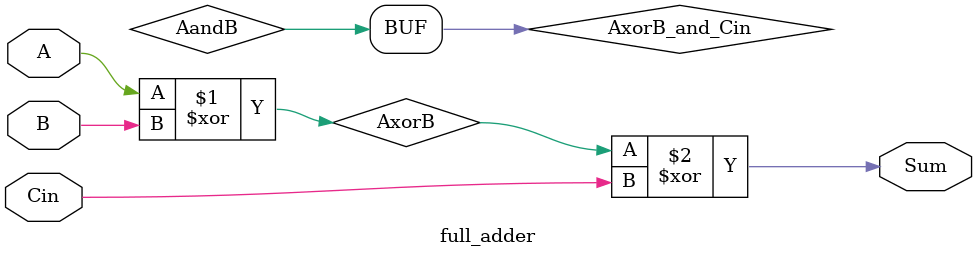
<source format=v>
module full_adder(A, B, Cin, Sum);
    input A, B, Cin;
    output Sum;
    wire AxorB;
    wire AandB;
    wire AxorB_and_Cin;

    xor (AxorB, A, B);
    xor (Sum, AxorB, Cin);

    and (AandB, A, B);
    and (AxorB_and_Cin, AxorB, Cin);
    or  ( AandB, AxorB_and_Cin);
endmodule

</source>
